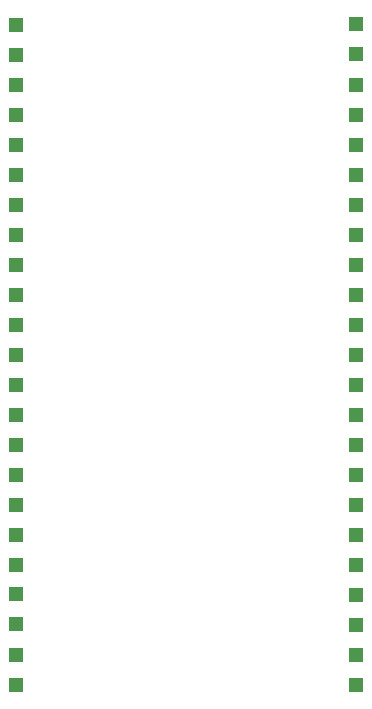
<source format=gbr>
G04 #@! TF.GenerationSoftware,KiCad,Pcbnew,(5.1.4)-1*
G04 #@! TF.CreationDate,2019-10-25T14:32:54-02:30*
G04 #@! TF.ProjectId,GeneralMCU,47656e65-7261-46c4-9d43-552e6b696361,rev?*
G04 #@! TF.SameCoordinates,Original*
G04 #@! TF.FileFunction,Paste,Bot*
G04 #@! TF.FilePolarity,Positive*
%FSLAX46Y46*%
G04 Gerber Fmt 4.6, Leading zero omitted, Abs format (unit mm)*
G04 Created by KiCad (PCBNEW (5.1.4)-1) date 2019-10-25 14:32:54*
%MOMM*%
%LPD*%
G04 APERTURE LIST*
%ADD10R,1.270000X1.270000*%
G04 APERTURE END LIST*
D10*
X50625000Y-132740000D03*
X50625000Y-135280000D03*
X79375000Y-84480000D03*
X79375000Y-87020000D03*
X50625000Y-120080000D03*
X50625000Y-104840000D03*
X50625000Y-92140000D03*
X79375000Y-102300000D03*
X50625000Y-89600000D03*
X79375000Y-109920000D03*
X79375000Y-104840000D03*
X79375000Y-125160000D03*
X79375000Y-137860000D03*
X50625000Y-125160000D03*
X79375000Y-135320000D03*
X50625000Y-115000000D03*
X50625000Y-112460000D03*
X50625000Y-127700000D03*
X79375000Y-127700000D03*
X50625000Y-117540000D03*
X50625000Y-109920000D03*
X79375000Y-122620000D03*
X79375000Y-120080000D03*
X50625000Y-107380000D03*
X79375000Y-117540000D03*
X79375000Y-115000000D03*
X50625000Y-102300000D03*
X79375000Y-140400000D03*
X79375000Y-112460000D03*
X50625000Y-99760000D03*
X50625000Y-97220000D03*
X50625000Y-130240000D03*
X50625000Y-122620000D03*
X79375000Y-132780000D03*
X79375000Y-130240000D03*
X79375000Y-107380000D03*
X50625000Y-94680000D03*
X79375000Y-89600000D03*
X50625000Y-137860000D03*
X79375000Y-99760000D03*
X50625000Y-87060000D03*
X50625000Y-84520000D03*
X50625000Y-140400000D03*
X79375000Y-92140000D03*
X79375000Y-94680000D03*
X79375000Y-97220000D03*
M02*

</source>
